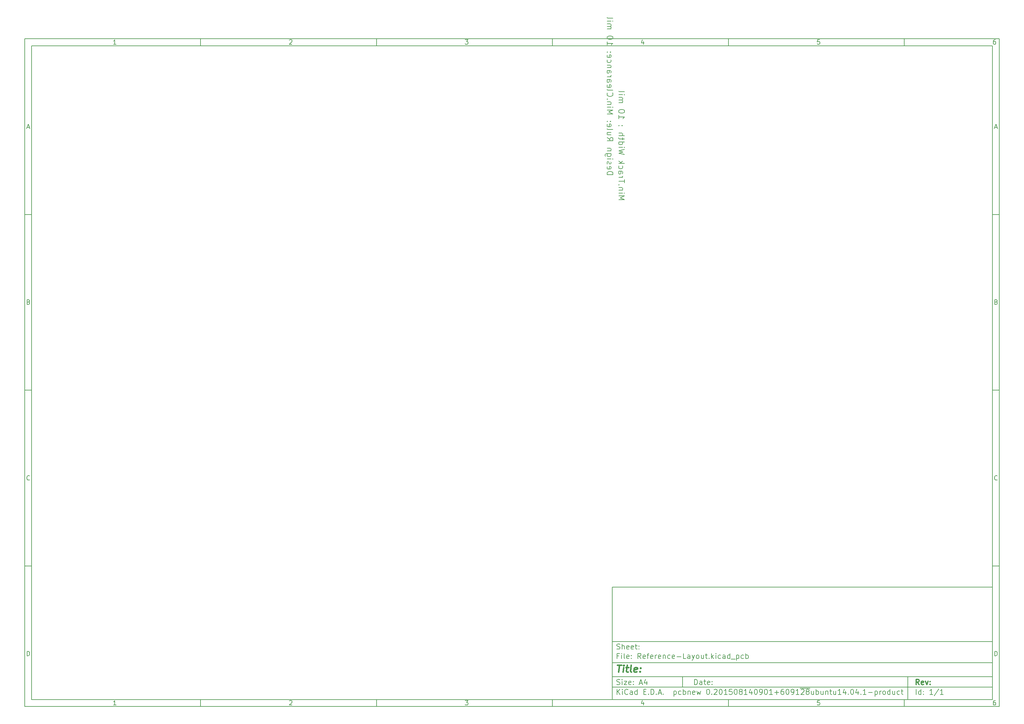
<source format=gbr>
G04 #@! TF.FileFunction,Legend,Bot*
%FSLAX46Y46*%
G04 Gerber Fmt 4.6, Leading zero omitted, Abs format (unit mm)*
G04 Created by KiCad (PCBNEW 0.201508140901+6091~28~ubuntu14.04.1-product) date Tue 03 Nov 2015 04:29:36 AM PST*
%MOMM*%
G01*
G04 APERTURE LIST*
%ADD10C,0.076200*%
%ADD11C,0.150000*%
%ADD12C,0.300000*%
%ADD13C,0.400000*%
%ADD14C,0.142240*%
G04 APERTURE END LIST*
D10*
D11*
X177002200Y-166007200D02*
X177002200Y-198007200D01*
X285002200Y-198007200D01*
X285002200Y-166007200D01*
X177002200Y-166007200D01*
D10*
D11*
X10000000Y-10000000D02*
X10000000Y-200007200D01*
X287002200Y-200007200D01*
X287002200Y-10000000D01*
X10000000Y-10000000D01*
D10*
D11*
X12000000Y-12000000D02*
X12000000Y-198007200D01*
X285002200Y-198007200D01*
X285002200Y-12000000D01*
X12000000Y-12000000D01*
D10*
D11*
X60000000Y-12000000D02*
X60000000Y-10000000D01*
D10*
D11*
X110000000Y-12000000D02*
X110000000Y-10000000D01*
D10*
D11*
X160000000Y-12000000D02*
X160000000Y-10000000D01*
D10*
D11*
X210000000Y-12000000D02*
X210000000Y-10000000D01*
D10*
D11*
X260000000Y-12000000D02*
X260000000Y-10000000D01*
D10*
D11*
X35990476Y-11588095D02*
X35247619Y-11588095D01*
X35619048Y-11588095D02*
X35619048Y-10288095D01*
X35495238Y-10473810D01*
X35371429Y-10597619D01*
X35247619Y-10659524D01*
D10*
D11*
X85247619Y-10411905D02*
X85309524Y-10350000D01*
X85433333Y-10288095D01*
X85742857Y-10288095D01*
X85866667Y-10350000D01*
X85928571Y-10411905D01*
X85990476Y-10535714D01*
X85990476Y-10659524D01*
X85928571Y-10845238D01*
X85185714Y-11588095D01*
X85990476Y-11588095D01*
D10*
D11*
X135185714Y-10288095D02*
X135990476Y-10288095D01*
X135557143Y-10783333D01*
X135742857Y-10783333D01*
X135866667Y-10845238D01*
X135928571Y-10907143D01*
X135990476Y-11030952D01*
X135990476Y-11340476D01*
X135928571Y-11464286D01*
X135866667Y-11526190D01*
X135742857Y-11588095D01*
X135371429Y-11588095D01*
X135247619Y-11526190D01*
X135185714Y-11464286D01*
D10*
D11*
X185866667Y-10721429D02*
X185866667Y-11588095D01*
X185557143Y-10226190D02*
X185247619Y-11154762D01*
X186052381Y-11154762D01*
D10*
D11*
X235928571Y-10288095D02*
X235309524Y-10288095D01*
X235247619Y-10907143D01*
X235309524Y-10845238D01*
X235433333Y-10783333D01*
X235742857Y-10783333D01*
X235866667Y-10845238D01*
X235928571Y-10907143D01*
X235990476Y-11030952D01*
X235990476Y-11340476D01*
X235928571Y-11464286D01*
X235866667Y-11526190D01*
X235742857Y-11588095D01*
X235433333Y-11588095D01*
X235309524Y-11526190D01*
X235247619Y-11464286D01*
D10*
D11*
X285866667Y-10288095D02*
X285619048Y-10288095D01*
X285495238Y-10350000D01*
X285433333Y-10411905D01*
X285309524Y-10597619D01*
X285247619Y-10845238D01*
X285247619Y-11340476D01*
X285309524Y-11464286D01*
X285371429Y-11526190D01*
X285495238Y-11588095D01*
X285742857Y-11588095D01*
X285866667Y-11526190D01*
X285928571Y-11464286D01*
X285990476Y-11340476D01*
X285990476Y-11030952D01*
X285928571Y-10907143D01*
X285866667Y-10845238D01*
X285742857Y-10783333D01*
X285495238Y-10783333D01*
X285371429Y-10845238D01*
X285309524Y-10907143D01*
X285247619Y-11030952D01*
D10*
D11*
X60000000Y-198007200D02*
X60000000Y-200007200D01*
D10*
D11*
X110000000Y-198007200D02*
X110000000Y-200007200D01*
D10*
D11*
X160000000Y-198007200D02*
X160000000Y-200007200D01*
D10*
D11*
X210000000Y-198007200D02*
X210000000Y-200007200D01*
D10*
D11*
X260000000Y-198007200D02*
X260000000Y-200007200D01*
D10*
D11*
X35990476Y-199595295D02*
X35247619Y-199595295D01*
X35619048Y-199595295D02*
X35619048Y-198295295D01*
X35495238Y-198481010D01*
X35371429Y-198604819D01*
X35247619Y-198666724D01*
D10*
D11*
X85247619Y-198419105D02*
X85309524Y-198357200D01*
X85433333Y-198295295D01*
X85742857Y-198295295D01*
X85866667Y-198357200D01*
X85928571Y-198419105D01*
X85990476Y-198542914D01*
X85990476Y-198666724D01*
X85928571Y-198852438D01*
X85185714Y-199595295D01*
X85990476Y-199595295D01*
D10*
D11*
X135185714Y-198295295D02*
X135990476Y-198295295D01*
X135557143Y-198790533D01*
X135742857Y-198790533D01*
X135866667Y-198852438D01*
X135928571Y-198914343D01*
X135990476Y-199038152D01*
X135990476Y-199347676D01*
X135928571Y-199471486D01*
X135866667Y-199533390D01*
X135742857Y-199595295D01*
X135371429Y-199595295D01*
X135247619Y-199533390D01*
X135185714Y-199471486D01*
D10*
D11*
X185866667Y-198728629D02*
X185866667Y-199595295D01*
X185557143Y-198233390D02*
X185247619Y-199161962D01*
X186052381Y-199161962D01*
D10*
D11*
X235928571Y-198295295D02*
X235309524Y-198295295D01*
X235247619Y-198914343D01*
X235309524Y-198852438D01*
X235433333Y-198790533D01*
X235742857Y-198790533D01*
X235866667Y-198852438D01*
X235928571Y-198914343D01*
X235990476Y-199038152D01*
X235990476Y-199347676D01*
X235928571Y-199471486D01*
X235866667Y-199533390D01*
X235742857Y-199595295D01*
X235433333Y-199595295D01*
X235309524Y-199533390D01*
X235247619Y-199471486D01*
D10*
D11*
X285866667Y-198295295D02*
X285619048Y-198295295D01*
X285495238Y-198357200D01*
X285433333Y-198419105D01*
X285309524Y-198604819D01*
X285247619Y-198852438D01*
X285247619Y-199347676D01*
X285309524Y-199471486D01*
X285371429Y-199533390D01*
X285495238Y-199595295D01*
X285742857Y-199595295D01*
X285866667Y-199533390D01*
X285928571Y-199471486D01*
X285990476Y-199347676D01*
X285990476Y-199038152D01*
X285928571Y-198914343D01*
X285866667Y-198852438D01*
X285742857Y-198790533D01*
X285495238Y-198790533D01*
X285371429Y-198852438D01*
X285309524Y-198914343D01*
X285247619Y-199038152D01*
D10*
D11*
X10000000Y-60000000D02*
X12000000Y-60000000D01*
D10*
D11*
X10000000Y-110000000D02*
X12000000Y-110000000D01*
D10*
D11*
X10000000Y-160000000D02*
X12000000Y-160000000D01*
D10*
D11*
X10690476Y-35216667D02*
X11309524Y-35216667D01*
X10566667Y-35588095D02*
X11000000Y-34288095D01*
X11433333Y-35588095D01*
D10*
D11*
X11092857Y-84907143D02*
X11278571Y-84969048D01*
X11340476Y-85030952D01*
X11402381Y-85154762D01*
X11402381Y-85340476D01*
X11340476Y-85464286D01*
X11278571Y-85526190D01*
X11154762Y-85588095D01*
X10659524Y-85588095D01*
X10659524Y-84288095D01*
X11092857Y-84288095D01*
X11216667Y-84350000D01*
X11278571Y-84411905D01*
X11340476Y-84535714D01*
X11340476Y-84659524D01*
X11278571Y-84783333D01*
X11216667Y-84845238D01*
X11092857Y-84907143D01*
X10659524Y-84907143D01*
D10*
D11*
X11402381Y-135464286D02*
X11340476Y-135526190D01*
X11154762Y-135588095D01*
X11030952Y-135588095D01*
X10845238Y-135526190D01*
X10721429Y-135402381D01*
X10659524Y-135278571D01*
X10597619Y-135030952D01*
X10597619Y-134845238D01*
X10659524Y-134597619D01*
X10721429Y-134473810D01*
X10845238Y-134350000D01*
X11030952Y-134288095D01*
X11154762Y-134288095D01*
X11340476Y-134350000D01*
X11402381Y-134411905D01*
D10*
D11*
X10659524Y-185588095D02*
X10659524Y-184288095D01*
X10969048Y-184288095D01*
X11154762Y-184350000D01*
X11278571Y-184473810D01*
X11340476Y-184597619D01*
X11402381Y-184845238D01*
X11402381Y-185030952D01*
X11340476Y-185278571D01*
X11278571Y-185402381D01*
X11154762Y-185526190D01*
X10969048Y-185588095D01*
X10659524Y-185588095D01*
D10*
D11*
X287002200Y-60000000D02*
X285002200Y-60000000D01*
D10*
D11*
X287002200Y-110000000D02*
X285002200Y-110000000D01*
D10*
D11*
X287002200Y-160000000D02*
X285002200Y-160000000D01*
D10*
D11*
X285692676Y-35216667D02*
X286311724Y-35216667D01*
X285568867Y-35588095D02*
X286002200Y-34288095D01*
X286435533Y-35588095D01*
D10*
D11*
X286095057Y-84907143D02*
X286280771Y-84969048D01*
X286342676Y-85030952D01*
X286404581Y-85154762D01*
X286404581Y-85340476D01*
X286342676Y-85464286D01*
X286280771Y-85526190D01*
X286156962Y-85588095D01*
X285661724Y-85588095D01*
X285661724Y-84288095D01*
X286095057Y-84288095D01*
X286218867Y-84350000D01*
X286280771Y-84411905D01*
X286342676Y-84535714D01*
X286342676Y-84659524D01*
X286280771Y-84783333D01*
X286218867Y-84845238D01*
X286095057Y-84907143D01*
X285661724Y-84907143D01*
D10*
D11*
X286404581Y-135464286D02*
X286342676Y-135526190D01*
X286156962Y-135588095D01*
X286033152Y-135588095D01*
X285847438Y-135526190D01*
X285723629Y-135402381D01*
X285661724Y-135278571D01*
X285599819Y-135030952D01*
X285599819Y-134845238D01*
X285661724Y-134597619D01*
X285723629Y-134473810D01*
X285847438Y-134350000D01*
X286033152Y-134288095D01*
X286156962Y-134288095D01*
X286342676Y-134350000D01*
X286404581Y-134411905D01*
D10*
D11*
X285661724Y-185588095D02*
X285661724Y-184288095D01*
X285971248Y-184288095D01*
X286156962Y-184350000D01*
X286280771Y-184473810D01*
X286342676Y-184597619D01*
X286404581Y-184845238D01*
X286404581Y-185030952D01*
X286342676Y-185278571D01*
X286280771Y-185402381D01*
X286156962Y-185526190D01*
X285971248Y-185588095D01*
X285661724Y-185588095D01*
D10*
D11*
X200359343Y-193785771D02*
X200359343Y-192285771D01*
X200716486Y-192285771D01*
X200930771Y-192357200D01*
X201073629Y-192500057D01*
X201145057Y-192642914D01*
X201216486Y-192928629D01*
X201216486Y-193142914D01*
X201145057Y-193428629D01*
X201073629Y-193571486D01*
X200930771Y-193714343D01*
X200716486Y-193785771D01*
X200359343Y-193785771D01*
X202502200Y-193785771D02*
X202502200Y-193000057D01*
X202430771Y-192857200D01*
X202287914Y-192785771D01*
X202002200Y-192785771D01*
X201859343Y-192857200D01*
X202502200Y-193714343D02*
X202359343Y-193785771D01*
X202002200Y-193785771D01*
X201859343Y-193714343D01*
X201787914Y-193571486D01*
X201787914Y-193428629D01*
X201859343Y-193285771D01*
X202002200Y-193214343D01*
X202359343Y-193214343D01*
X202502200Y-193142914D01*
X203002200Y-192785771D02*
X203573629Y-192785771D01*
X203216486Y-192285771D02*
X203216486Y-193571486D01*
X203287914Y-193714343D01*
X203430772Y-193785771D01*
X203573629Y-193785771D01*
X204645057Y-193714343D02*
X204502200Y-193785771D01*
X204216486Y-193785771D01*
X204073629Y-193714343D01*
X204002200Y-193571486D01*
X204002200Y-193000057D01*
X204073629Y-192857200D01*
X204216486Y-192785771D01*
X204502200Y-192785771D01*
X204645057Y-192857200D01*
X204716486Y-193000057D01*
X204716486Y-193142914D01*
X204002200Y-193285771D01*
X205359343Y-193642914D02*
X205430771Y-193714343D01*
X205359343Y-193785771D01*
X205287914Y-193714343D01*
X205359343Y-193642914D01*
X205359343Y-193785771D01*
X205359343Y-192857200D02*
X205430771Y-192928629D01*
X205359343Y-193000057D01*
X205287914Y-192928629D01*
X205359343Y-192857200D01*
X205359343Y-193000057D01*
D10*
D11*
X177002200Y-194507200D02*
X285002200Y-194507200D01*
D10*
D11*
X178359343Y-196585771D02*
X178359343Y-195085771D01*
X179216486Y-196585771D02*
X178573629Y-195728629D01*
X179216486Y-195085771D02*
X178359343Y-195942914D01*
X179859343Y-196585771D02*
X179859343Y-195585771D01*
X179859343Y-195085771D02*
X179787914Y-195157200D01*
X179859343Y-195228629D01*
X179930771Y-195157200D01*
X179859343Y-195085771D01*
X179859343Y-195228629D01*
X181430772Y-196442914D02*
X181359343Y-196514343D01*
X181145057Y-196585771D01*
X181002200Y-196585771D01*
X180787915Y-196514343D01*
X180645057Y-196371486D01*
X180573629Y-196228629D01*
X180502200Y-195942914D01*
X180502200Y-195728629D01*
X180573629Y-195442914D01*
X180645057Y-195300057D01*
X180787915Y-195157200D01*
X181002200Y-195085771D01*
X181145057Y-195085771D01*
X181359343Y-195157200D01*
X181430772Y-195228629D01*
X182716486Y-196585771D02*
X182716486Y-195800057D01*
X182645057Y-195657200D01*
X182502200Y-195585771D01*
X182216486Y-195585771D01*
X182073629Y-195657200D01*
X182716486Y-196514343D02*
X182573629Y-196585771D01*
X182216486Y-196585771D01*
X182073629Y-196514343D01*
X182002200Y-196371486D01*
X182002200Y-196228629D01*
X182073629Y-196085771D01*
X182216486Y-196014343D01*
X182573629Y-196014343D01*
X182716486Y-195942914D01*
X184073629Y-196585771D02*
X184073629Y-195085771D01*
X184073629Y-196514343D02*
X183930772Y-196585771D01*
X183645058Y-196585771D01*
X183502200Y-196514343D01*
X183430772Y-196442914D01*
X183359343Y-196300057D01*
X183359343Y-195871486D01*
X183430772Y-195728629D01*
X183502200Y-195657200D01*
X183645058Y-195585771D01*
X183930772Y-195585771D01*
X184073629Y-195657200D01*
X185930772Y-195800057D02*
X186430772Y-195800057D01*
X186645058Y-196585771D02*
X185930772Y-196585771D01*
X185930772Y-195085771D01*
X186645058Y-195085771D01*
X187287915Y-196442914D02*
X187359343Y-196514343D01*
X187287915Y-196585771D01*
X187216486Y-196514343D01*
X187287915Y-196442914D01*
X187287915Y-196585771D01*
X188002201Y-196585771D02*
X188002201Y-195085771D01*
X188359344Y-195085771D01*
X188573629Y-195157200D01*
X188716487Y-195300057D01*
X188787915Y-195442914D01*
X188859344Y-195728629D01*
X188859344Y-195942914D01*
X188787915Y-196228629D01*
X188716487Y-196371486D01*
X188573629Y-196514343D01*
X188359344Y-196585771D01*
X188002201Y-196585771D01*
X189502201Y-196442914D02*
X189573629Y-196514343D01*
X189502201Y-196585771D01*
X189430772Y-196514343D01*
X189502201Y-196442914D01*
X189502201Y-196585771D01*
X190145058Y-196157200D02*
X190859344Y-196157200D01*
X190002201Y-196585771D02*
X190502201Y-195085771D01*
X191002201Y-196585771D01*
X191502201Y-196442914D02*
X191573629Y-196514343D01*
X191502201Y-196585771D01*
X191430772Y-196514343D01*
X191502201Y-196442914D01*
X191502201Y-196585771D01*
X194502201Y-195585771D02*
X194502201Y-197085771D01*
X194502201Y-195657200D02*
X194645058Y-195585771D01*
X194930772Y-195585771D01*
X195073629Y-195657200D01*
X195145058Y-195728629D01*
X195216487Y-195871486D01*
X195216487Y-196300057D01*
X195145058Y-196442914D01*
X195073629Y-196514343D01*
X194930772Y-196585771D01*
X194645058Y-196585771D01*
X194502201Y-196514343D01*
X196502201Y-196514343D02*
X196359344Y-196585771D01*
X196073630Y-196585771D01*
X195930772Y-196514343D01*
X195859344Y-196442914D01*
X195787915Y-196300057D01*
X195787915Y-195871486D01*
X195859344Y-195728629D01*
X195930772Y-195657200D01*
X196073630Y-195585771D01*
X196359344Y-195585771D01*
X196502201Y-195657200D01*
X197145058Y-196585771D02*
X197145058Y-195085771D01*
X197145058Y-195657200D02*
X197287915Y-195585771D01*
X197573629Y-195585771D01*
X197716486Y-195657200D01*
X197787915Y-195728629D01*
X197859344Y-195871486D01*
X197859344Y-196300057D01*
X197787915Y-196442914D01*
X197716486Y-196514343D01*
X197573629Y-196585771D01*
X197287915Y-196585771D01*
X197145058Y-196514343D01*
X198502201Y-195585771D02*
X198502201Y-196585771D01*
X198502201Y-195728629D02*
X198573629Y-195657200D01*
X198716487Y-195585771D01*
X198930772Y-195585771D01*
X199073629Y-195657200D01*
X199145058Y-195800057D01*
X199145058Y-196585771D01*
X200430772Y-196514343D02*
X200287915Y-196585771D01*
X200002201Y-196585771D01*
X199859344Y-196514343D01*
X199787915Y-196371486D01*
X199787915Y-195800057D01*
X199859344Y-195657200D01*
X200002201Y-195585771D01*
X200287915Y-195585771D01*
X200430772Y-195657200D01*
X200502201Y-195800057D01*
X200502201Y-195942914D01*
X199787915Y-196085771D01*
X201002201Y-195585771D02*
X201287915Y-196585771D01*
X201573629Y-195871486D01*
X201859344Y-196585771D01*
X202145058Y-195585771D01*
X204145058Y-195085771D02*
X204287915Y-195085771D01*
X204430772Y-195157200D01*
X204502201Y-195228629D01*
X204573630Y-195371486D01*
X204645058Y-195657200D01*
X204645058Y-196014343D01*
X204573630Y-196300057D01*
X204502201Y-196442914D01*
X204430772Y-196514343D01*
X204287915Y-196585771D01*
X204145058Y-196585771D01*
X204002201Y-196514343D01*
X203930772Y-196442914D01*
X203859344Y-196300057D01*
X203787915Y-196014343D01*
X203787915Y-195657200D01*
X203859344Y-195371486D01*
X203930772Y-195228629D01*
X204002201Y-195157200D01*
X204145058Y-195085771D01*
X205287915Y-196442914D02*
X205359343Y-196514343D01*
X205287915Y-196585771D01*
X205216486Y-196514343D01*
X205287915Y-196442914D01*
X205287915Y-196585771D01*
X205930772Y-195228629D02*
X206002201Y-195157200D01*
X206145058Y-195085771D01*
X206502201Y-195085771D01*
X206645058Y-195157200D01*
X206716487Y-195228629D01*
X206787915Y-195371486D01*
X206787915Y-195514343D01*
X206716487Y-195728629D01*
X205859344Y-196585771D01*
X206787915Y-196585771D01*
X207716486Y-195085771D02*
X207859343Y-195085771D01*
X208002200Y-195157200D01*
X208073629Y-195228629D01*
X208145058Y-195371486D01*
X208216486Y-195657200D01*
X208216486Y-196014343D01*
X208145058Y-196300057D01*
X208073629Y-196442914D01*
X208002200Y-196514343D01*
X207859343Y-196585771D01*
X207716486Y-196585771D01*
X207573629Y-196514343D01*
X207502200Y-196442914D01*
X207430772Y-196300057D01*
X207359343Y-196014343D01*
X207359343Y-195657200D01*
X207430772Y-195371486D01*
X207502200Y-195228629D01*
X207573629Y-195157200D01*
X207716486Y-195085771D01*
X209645057Y-196585771D02*
X208787914Y-196585771D01*
X209216486Y-196585771D02*
X209216486Y-195085771D01*
X209073629Y-195300057D01*
X208930771Y-195442914D01*
X208787914Y-195514343D01*
X211002200Y-195085771D02*
X210287914Y-195085771D01*
X210216485Y-195800057D01*
X210287914Y-195728629D01*
X210430771Y-195657200D01*
X210787914Y-195657200D01*
X210930771Y-195728629D01*
X211002200Y-195800057D01*
X211073628Y-195942914D01*
X211073628Y-196300057D01*
X211002200Y-196442914D01*
X210930771Y-196514343D01*
X210787914Y-196585771D01*
X210430771Y-196585771D01*
X210287914Y-196514343D01*
X210216485Y-196442914D01*
X212002199Y-195085771D02*
X212145056Y-195085771D01*
X212287913Y-195157200D01*
X212359342Y-195228629D01*
X212430771Y-195371486D01*
X212502199Y-195657200D01*
X212502199Y-196014343D01*
X212430771Y-196300057D01*
X212359342Y-196442914D01*
X212287913Y-196514343D01*
X212145056Y-196585771D01*
X212002199Y-196585771D01*
X211859342Y-196514343D01*
X211787913Y-196442914D01*
X211716485Y-196300057D01*
X211645056Y-196014343D01*
X211645056Y-195657200D01*
X211716485Y-195371486D01*
X211787913Y-195228629D01*
X211859342Y-195157200D01*
X212002199Y-195085771D01*
X213359342Y-195728629D02*
X213216484Y-195657200D01*
X213145056Y-195585771D01*
X213073627Y-195442914D01*
X213073627Y-195371486D01*
X213145056Y-195228629D01*
X213216484Y-195157200D01*
X213359342Y-195085771D01*
X213645056Y-195085771D01*
X213787913Y-195157200D01*
X213859342Y-195228629D01*
X213930770Y-195371486D01*
X213930770Y-195442914D01*
X213859342Y-195585771D01*
X213787913Y-195657200D01*
X213645056Y-195728629D01*
X213359342Y-195728629D01*
X213216484Y-195800057D01*
X213145056Y-195871486D01*
X213073627Y-196014343D01*
X213073627Y-196300057D01*
X213145056Y-196442914D01*
X213216484Y-196514343D01*
X213359342Y-196585771D01*
X213645056Y-196585771D01*
X213787913Y-196514343D01*
X213859342Y-196442914D01*
X213930770Y-196300057D01*
X213930770Y-196014343D01*
X213859342Y-195871486D01*
X213787913Y-195800057D01*
X213645056Y-195728629D01*
X215359341Y-196585771D02*
X214502198Y-196585771D01*
X214930770Y-196585771D02*
X214930770Y-195085771D01*
X214787913Y-195300057D01*
X214645055Y-195442914D01*
X214502198Y-195514343D01*
X216645055Y-195585771D02*
X216645055Y-196585771D01*
X216287912Y-195014343D02*
X215930769Y-196085771D01*
X216859341Y-196085771D01*
X217716483Y-195085771D02*
X217859340Y-195085771D01*
X218002197Y-195157200D01*
X218073626Y-195228629D01*
X218145055Y-195371486D01*
X218216483Y-195657200D01*
X218216483Y-196014343D01*
X218145055Y-196300057D01*
X218073626Y-196442914D01*
X218002197Y-196514343D01*
X217859340Y-196585771D01*
X217716483Y-196585771D01*
X217573626Y-196514343D01*
X217502197Y-196442914D01*
X217430769Y-196300057D01*
X217359340Y-196014343D01*
X217359340Y-195657200D01*
X217430769Y-195371486D01*
X217502197Y-195228629D01*
X217573626Y-195157200D01*
X217716483Y-195085771D01*
X218930768Y-196585771D02*
X219216483Y-196585771D01*
X219359340Y-196514343D01*
X219430768Y-196442914D01*
X219573626Y-196228629D01*
X219645054Y-195942914D01*
X219645054Y-195371486D01*
X219573626Y-195228629D01*
X219502197Y-195157200D01*
X219359340Y-195085771D01*
X219073626Y-195085771D01*
X218930768Y-195157200D01*
X218859340Y-195228629D01*
X218787911Y-195371486D01*
X218787911Y-195728629D01*
X218859340Y-195871486D01*
X218930768Y-195942914D01*
X219073626Y-196014343D01*
X219359340Y-196014343D01*
X219502197Y-195942914D01*
X219573626Y-195871486D01*
X219645054Y-195728629D01*
X220573625Y-195085771D02*
X220716482Y-195085771D01*
X220859339Y-195157200D01*
X220930768Y-195228629D01*
X221002197Y-195371486D01*
X221073625Y-195657200D01*
X221073625Y-196014343D01*
X221002197Y-196300057D01*
X220930768Y-196442914D01*
X220859339Y-196514343D01*
X220716482Y-196585771D01*
X220573625Y-196585771D01*
X220430768Y-196514343D01*
X220359339Y-196442914D01*
X220287911Y-196300057D01*
X220216482Y-196014343D01*
X220216482Y-195657200D01*
X220287911Y-195371486D01*
X220359339Y-195228629D01*
X220430768Y-195157200D01*
X220573625Y-195085771D01*
X222502196Y-196585771D02*
X221645053Y-196585771D01*
X222073625Y-196585771D02*
X222073625Y-195085771D01*
X221930768Y-195300057D01*
X221787910Y-195442914D01*
X221645053Y-195514343D01*
X223145053Y-196014343D02*
X224287910Y-196014343D01*
X223716481Y-196585771D02*
X223716481Y-195442914D01*
X225645053Y-195085771D02*
X225359339Y-195085771D01*
X225216482Y-195157200D01*
X225145053Y-195228629D01*
X225002196Y-195442914D01*
X224930767Y-195728629D01*
X224930767Y-196300057D01*
X225002196Y-196442914D01*
X225073624Y-196514343D01*
X225216482Y-196585771D01*
X225502196Y-196585771D01*
X225645053Y-196514343D01*
X225716482Y-196442914D01*
X225787910Y-196300057D01*
X225787910Y-195942914D01*
X225716482Y-195800057D01*
X225645053Y-195728629D01*
X225502196Y-195657200D01*
X225216482Y-195657200D01*
X225073624Y-195728629D01*
X225002196Y-195800057D01*
X224930767Y-195942914D01*
X226716481Y-195085771D02*
X226859338Y-195085771D01*
X227002195Y-195157200D01*
X227073624Y-195228629D01*
X227145053Y-195371486D01*
X227216481Y-195657200D01*
X227216481Y-196014343D01*
X227145053Y-196300057D01*
X227073624Y-196442914D01*
X227002195Y-196514343D01*
X226859338Y-196585771D01*
X226716481Y-196585771D01*
X226573624Y-196514343D01*
X226502195Y-196442914D01*
X226430767Y-196300057D01*
X226359338Y-196014343D01*
X226359338Y-195657200D01*
X226430767Y-195371486D01*
X226502195Y-195228629D01*
X226573624Y-195157200D01*
X226716481Y-195085771D01*
X227930766Y-196585771D02*
X228216481Y-196585771D01*
X228359338Y-196514343D01*
X228430766Y-196442914D01*
X228573624Y-196228629D01*
X228645052Y-195942914D01*
X228645052Y-195371486D01*
X228573624Y-195228629D01*
X228502195Y-195157200D01*
X228359338Y-195085771D01*
X228073624Y-195085771D01*
X227930766Y-195157200D01*
X227859338Y-195228629D01*
X227787909Y-195371486D01*
X227787909Y-195728629D01*
X227859338Y-195871486D01*
X227930766Y-195942914D01*
X228073624Y-196014343D01*
X228359338Y-196014343D01*
X228502195Y-195942914D01*
X228573624Y-195871486D01*
X228645052Y-195728629D01*
X230073623Y-196585771D02*
X229216480Y-196585771D01*
X229645052Y-196585771D02*
X229645052Y-195085771D01*
X229502195Y-195300057D01*
X229359337Y-195442914D01*
X229216480Y-195514343D01*
X230645051Y-195228629D02*
X230716480Y-195157200D01*
X230859337Y-195085771D01*
X231216480Y-195085771D01*
X231359337Y-195157200D01*
X231430766Y-195228629D01*
X231502194Y-195371486D01*
X231502194Y-195514343D01*
X231430766Y-195728629D01*
X230573623Y-196585771D01*
X231502194Y-196585771D01*
X232359337Y-195728629D02*
X232216479Y-195657200D01*
X232145051Y-195585771D01*
X232073622Y-195442914D01*
X232073622Y-195371486D01*
X232145051Y-195228629D01*
X232216479Y-195157200D01*
X232359337Y-195085771D01*
X232645051Y-195085771D01*
X232787908Y-195157200D01*
X232859337Y-195228629D01*
X232930765Y-195371486D01*
X232930765Y-195442914D01*
X232859337Y-195585771D01*
X232787908Y-195657200D01*
X232645051Y-195728629D01*
X232359337Y-195728629D01*
X232216479Y-195800057D01*
X232145051Y-195871486D01*
X232073622Y-196014343D01*
X232073622Y-196300057D01*
X232145051Y-196442914D01*
X232216479Y-196514343D01*
X232359337Y-196585771D01*
X232645051Y-196585771D01*
X232787908Y-196514343D01*
X232859337Y-196442914D01*
X232930765Y-196300057D01*
X232930765Y-196014343D01*
X232859337Y-195871486D01*
X232787908Y-195800057D01*
X232645051Y-195728629D01*
X230359337Y-194827200D02*
X233216479Y-194827200D01*
X234216479Y-195585771D02*
X234216479Y-196585771D01*
X233573622Y-195585771D02*
X233573622Y-196371486D01*
X233645050Y-196514343D01*
X233787908Y-196585771D01*
X234002193Y-196585771D01*
X234145050Y-196514343D01*
X234216479Y-196442914D01*
X234930765Y-196585771D02*
X234930765Y-195085771D01*
X234930765Y-195657200D02*
X235073622Y-195585771D01*
X235359336Y-195585771D01*
X235502193Y-195657200D01*
X235573622Y-195728629D01*
X235645051Y-195871486D01*
X235645051Y-196300057D01*
X235573622Y-196442914D01*
X235502193Y-196514343D01*
X235359336Y-196585771D01*
X235073622Y-196585771D01*
X234930765Y-196514343D01*
X236930765Y-195585771D02*
X236930765Y-196585771D01*
X236287908Y-195585771D02*
X236287908Y-196371486D01*
X236359336Y-196514343D01*
X236502194Y-196585771D01*
X236716479Y-196585771D01*
X236859336Y-196514343D01*
X236930765Y-196442914D01*
X237645051Y-195585771D02*
X237645051Y-196585771D01*
X237645051Y-195728629D02*
X237716479Y-195657200D01*
X237859337Y-195585771D01*
X238073622Y-195585771D01*
X238216479Y-195657200D01*
X238287908Y-195800057D01*
X238287908Y-196585771D01*
X238787908Y-195585771D02*
X239359337Y-195585771D01*
X239002194Y-195085771D02*
X239002194Y-196371486D01*
X239073622Y-196514343D01*
X239216480Y-196585771D01*
X239359337Y-196585771D01*
X240502194Y-195585771D02*
X240502194Y-196585771D01*
X239859337Y-195585771D02*
X239859337Y-196371486D01*
X239930765Y-196514343D01*
X240073623Y-196585771D01*
X240287908Y-196585771D01*
X240430765Y-196514343D01*
X240502194Y-196442914D01*
X242002194Y-196585771D02*
X241145051Y-196585771D01*
X241573623Y-196585771D02*
X241573623Y-195085771D01*
X241430766Y-195300057D01*
X241287908Y-195442914D01*
X241145051Y-195514343D01*
X243287908Y-195585771D02*
X243287908Y-196585771D01*
X242930765Y-195014343D02*
X242573622Y-196085771D01*
X243502194Y-196085771D01*
X244073622Y-196442914D02*
X244145050Y-196514343D01*
X244073622Y-196585771D01*
X244002193Y-196514343D01*
X244073622Y-196442914D01*
X244073622Y-196585771D01*
X245073622Y-195085771D02*
X245216479Y-195085771D01*
X245359336Y-195157200D01*
X245430765Y-195228629D01*
X245502194Y-195371486D01*
X245573622Y-195657200D01*
X245573622Y-196014343D01*
X245502194Y-196300057D01*
X245430765Y-196442914D01*
X245359336Y-196514343D01*
X245216479Y-196585771D01*
X245073622Y-196585771D01*
X244930765Y-196514343D01*
X244859336Y-196442914D01*
X244787908Y-196300057D01*
X244716479Y-196014343D01*
X244716479Y-195657200D01*
X244787908Y-195371486D01*
X244859336Y-195228629D01*
X244930765Y-195157200D01*
X245073622Y-195085771D01*
X246859336Y-195585771D02*
X246859336Y-196585771D01*
X246502193Y-195014343D02*
X246145050Y-196085771D01*
X247073622Y-196085771D01*
X247645050Y-196442914D02*
X247716478Y-196514343D01*
X247645050Y-196585771D01*
X247573621Y-196514343D01*
X247645050Y-196442914D01*
X247645050Y-196585771D01*
X249145050Y-196585771D02*
X248287907Y-196585771D01*
X248716479Y-196585771D02*
X248716479Y-195085771D01*
X248573622Y-195300057D01*
X248430764Y-195442914D01*
X248287907Y-195514343D01*
X249787907Y-196014343D02*
X250930764Y-196014343D01*
X251645050Y-195585771D02*
X251645050Y-197085771D01*
X251645050Y-195657200D02*
X251787907Y-195585771D01*
X252073621Y-195585771D01*
X252216478Y-195657200D01*
X252287907Y-195728629D01*
X252359336Y-195871486D01*
X252359336Y-196300057D01*
X252287907Y-196442914D01*
X252216478Y-196514343D01*
X252073621Y-196585771D01*
X251787907Y-196585771D01*
X251645050Y-196514343D01*
X253002193Y-196585771D02*
X253002193Y-195585771D01*
X253002193Y-195871486D02*
X253073621Y-195728629D01*
X253145050Y-195657200D01*
X253287907Y-195585771D01*
X253430764Y-195585771D01*
X254145050Y-196585771D02*
X254002192Y-196514343D01*
X253930764Y-196442914D01*
X253859335Y-196300057D01*
X253859335Y-195871486D01*
X253930764Y-195728629D01*
X254002192Y-195657200D01*
X254145050Y-195585771D01*
X254359335Y-195585771D01*
X254502192Y-195657200D01*
X254573621Y-195728629D01*
X254645050Y-195871486D01*
X254645050Y-196300057D01*
X254573621Y-196442914D01*
X254502192Y-196514343D01*
X254359335Y-196585771D01*
X254145050Y-196585771D01*
X255930764Y-196585771D02*
X255930764Y-195085771D01*
X255930764Y-196514343D02*
X255787907Y-196585771D01*
X255502193Y-196585771D01*
X255359335Y-196514343D01*
X255287907Y-196442914D01*
X255216478Y-196300057D01*
X255216478Y-195871486D01*
X255287907Y-195728629D01*
X255359335Y-195657200D01*
X255502193Y-195585771D01*
X255787907Y-195585771D01*
X255930764Y-195657200D01*
X257287907Y-195585771D02*
X257287907Y-196585771D01*
X256645050Y-195585771D02*
X256645050Y-196371486D01*
X256716478Y-196514343D01*
X256859336Y-196585771D01*
X257073621Y-196585771D01*
X257216478Y-196514343D01*
X257287907Y-196442914D01*
X258645050Y-196514343D02*
X258502193Y-196585771D01*
X258216479Y-196585771D01*
X258073621Y-196514343D01*
X258002193Y-196442914D01*
X257930764Y-196300057D01*
X257930764Y-195871486D01*
X258002193Y-195728629D01*
X258073621Y-195657200D01*
X258216479Y-195585771D01*
X258502193Y-195585771D01*
X258645050Y-195657200D01*
X259073621Y-195585771D02*
X259645050Y-195585771D01*
X259287907Y-195085771D02*
X259287907Y-196371486D01*
X259359335Y-196514343D01*
X259502193Y-196585771D01*
X259645050Y-196585771D01*
D10*
D11*
X177002200Y-191507200D02*
X285002200Y-191507200D01*
D10*
D12*
X264216486Y-193785771D02*
X263716486Y-193071486D01*
X263359343Y-193785771D02*
X263359343Y-192285771D01*
X263930771Y-192285771D01*
X264073629Y-192357200D01*
X264145057Y-192428629D01*
X264216486Y-192571486D01*
X264216486Y-192785771D01*
X264145057Y-192928629D01*
X264073629Y-193000057D01*
X263930771Y-193071486D01*
X263359343Y-193071486D01*
X265430771Y-193714343D02*
X265287914Y-193785771D01*
X265002200Y-193785771D01*
X264859343Y-193714343D01*
X264787914Y-193571486D01*
X264787914Y-193000057D01*
X264859343Y-192857200D01*
X265002200Y-192785771D01*
X265287914Y-192785771D01*
X265430771Y-192857200D01*
X265502200Y-193000057D01*
X265502200Y-193142914D01*
X264787914Y-193285771D01*
X266002200Y-192785771D02*
X266359343Y-193785771D01*
X266716485Y-192785771D01*
X267287914Y-193642914D02*
X267359342Y-193714343D01*
X267287914Y-193785771D01*
X267216485Y-193714343D01*
X267287914Y-193642914D01*
X267287914Y-193785771D01*
X267287914Y-192857200D02*
X267359342Y-192928629D01*
X267287914Y-193000057D01*
X267216485Y-192928629D01*
X267287914Y-192857200D01*
X267287914Y-193000057D01*
D10*
D11*
X178287914Y-193714343D02*
X178502200Y-193785771D01*
X178859343Y-193785771D01*
X179002200Y-193714343D01*
X179073629Y-193642914D01*
X179145057Y-193500057D01*
X179145057Y-193357200D01*
X179073629Y-193214343D01*
X179002200Y-193142914D01*
X178859343Y-193071486D01*
X178573629Y-193000057D01*
X178430771Y-192928629D01*
X178359343Y-192857200D01*
X178287914Y-192714343D01*
X178287914Y-192571486D01*
X178359343Y-192428629D01*
X178430771Y-192357200D01*
X178573629Y-192285771D01*
X178930771Y-192285771D01*
X179145057Y-192357200D01*
X179787914Y-193785771D02*
X179787914Y-192785771D01*
X179787914Y-192285771D02*
X179716485Y-192357200D01*
X179787914Y-192428629D01*
X179859342Y-192357200D01*
X179787914Y-192285771D01*
X179787914Y-192428629D01*
X180359343Y-192785771D02*
X181145057Y-192785771D01*
X180359343Y-193785771D01*
X181145057Y-193785771D01*
X182287914Y-193714343D02*
X182145057Y-193785771D01*
X181859343Y-193785771D01*
X181716486Y-193714343D01*
X181645057Y-193571486D01*
X181645057Y-193000057D01*
X181716486Y-192857200D01*
X181859343Y-192785771D01*
X182145057Y-192785771D01*
X182287914Y-192857200D01*
X182359343Y-193000057D01*
X182359343Y-193142914D01*
X181645057Y-193285771D01*
X183002200Y-193642914D02*
X183073628Y-193714343D01*
X183002200Y-193785771D01*
X182930771Y-193714343D01*
X183002200Y-193642914D01*
X183002200Y-193785771D01*
X183002200Y-192857200D02*
X183073628Y-192928629D01*
X183002200Y-193000057D01*
X182930771Y-192928629D01*
X183002200Y-192857200D01*
X183002200Y-193000057D01*
X184787914Y-193357200D02*
X185502200Y-193357200D01*
X184645057Y-193785771D02*
X185145057Y-192285771D01*
X185645057Y-193785771D01*
X186787914Y-192785771D02*
X186787914Y-193785771D01*
X186430771Y-192214343D02*
X186073628Y-193285771D01*
X187002200Y-193285771D01*
D10*
D11*
X263359343Y-196585771D02*
X263359343Y-195085771D01*
X264716486Y-196585771D02*
X264716486Y-195085771D01*
X264716486Y-196514343D02*
X264573629Y-196585771D01*
X264287915Y-196585771D01*
X264145057Y-196514343D01*
X264073629Y-196442914D01*
X264002200Y-196300057D01*
X264002200Y-195871486D01*
X264073629Y-195728629D01*
X264145057Y-195657200D01*
X264287915Y-195585771D01*
X264573629Y-195585771D01*
X264716486Y-195657200D01*
X265430772Y-196442914D02*
X265502200Y-196514343D01*
X265430772Y-196585771D01*
X265359343Y-196514343D01*
X265430772Y-196442914D01*
X265430772Y-196585771D01*
X265430772Y-195657200D02*
X265502200Y-195728629D01*
X265430772Y-195800057D01*
X265359343Y-195728629D01*
X265430772Y-195657200D01*
X265430772Y-195800057D01*
X268073629Y-196585771D02*
X267216486Y-196585771D01*
X267645058Y-196585771D02*
X267645058Y-195085771D01*
X267502201Y-195300057D01*
X267359343Y-195442914D01*
X267216486Y-195514343D01*
X269787914Y-195014343D02*
X268502200Y-196942914D01*
X271073629Y-196585771D02*
X270216486Y-196585771D01*
X270645058Y-196585771D02*
X270645058Y-195085771D01*
X270502201Y-195300057D01*
X270359343Y-195442914D01*
X270216486Y-195514343D01*
D10*
D11*
X177002200Y-187507200D02*
X285002200Y-187507200D01*
D10*
D13*
X178454581Y-188211962D02*
X179597438Y-188211962D01*
X178776010Y-190211962D02*
X179026010Y-188211962D01*
X180014105Y-190211962D02*
X180180771Y-188878629D01*
X180264105Y-188211962D02*
X180156962Y-188307200D01*
X180240295Y-188402438D01*
X180347439Y-188307200D01*
X180264105Y-188211962D01*
X180240295Y-188402438D01*
X180847438Y-188878629D02*
X181609343Y-188878629D01*
X181216486Y-188211962D02*
X181002200Y-189926248D01*
X181073630Y-190116724D01*
X181252201Y-190211962D01*
X181442677Y-190211962D01*
X182395058Y-190211962D02*
X182216487Y-190116724D01*
X182145057Y-189926248D01*
X182359343Y-188211962D01*
X183930772Y-190116724D02*
X183728391Y-190211962D01*
X183347439Y-190211962D01*
X183168867Y-190116724D01*
X183097438Y-189926248D01*
X183192676Y-189164343D01*
X183311724Y-188973867D01*
X183514105Y-188878629D01*
X183895057Y-188878629D01*
X184073629Y-188973867D01*
X184145057Y-189164343D01*
X184121248Y-189354819D01*
X183145057Y-189545295D01*
X184895057Y-190021486D02*
X184978392Y-190116724D01*
X184871248Y-190211962D01*
X184787915Y-190116724D01*
X184895057Y-190021486D01*
X184871248Y-190211962D01*
X185026010Y-188973867D02*
X185109344Y-189069105D01*
X185002200Y-189164343D01*
X184918867Y-189069105D01*
X185026010Y-188973867D01*
X185002200Y-189164343D01*
D10*
D11*
X178859343Y-185600057D02*
X178359343Y-185600057D01*
X178359343Y-186385771D02*
X178359343Y-184885771D01*
X179073629Y-184885771D01*
X179645057Y-186385771D02*
X179645057Y-185385771D01*
X179645057Y-184885771D02*
X179573628Y-184957200D01*
X179645057Y-185028629D01*
X179716485Y-184957200D01*
X179645057Y-184885771D01*
X179645057Y-185028629D01*
X180573629Y-186385771D02*
X180430771Y-186314343D01*
X180359343Y-186171486D01*
X180359343Y-184885771D01*
X181716485Y-186314343D02*
X181573628Y-186385771D01*
X181287914Y-186385771D01*
X181145057Y-186314343D01*
X181073628Y-186171486D01*
X181073628Y-185600057D01*
X181145057Y-185457200D01*
X181287914Y-185385771D01*
X181573628Y-185385771D01*
X181716485Y-185457200D01*
X181787914Y-185600057D01*
X181787914Y-185742914D01*
X181073628Y-185885771D01*
X182430771Y-186242914D02*
X182502199Y-186314343D01*
X182430771Y-186385771D01*
X182359342Y-186314343D01*
X182430771Y-186242914D01*
X182430771Y-186385771D01*
X182430771Y-185457200D02*
X182502199Y-185528629D01*
X182430771Y-185600057D01*
X182359342Y-185528629D01*
X182430771Y-185457200D01*
X182430771Y-185600057D01*
X185145057Y-186385771D02*
X184645057Y-185671486D01*
X184287914Y-186385771D02*
X184287914Y-184885771D01*
X184859342Y-184885771D01*
X185002200Y-184957200D01*
X185073628Y-185028629D01*
X185145057Y-185171486D01*
X185145057Y-185385771D01*
X185073628Y-185528629D01*
X185002200Y-185600057D01*
X184859342Y-185671486D01*
X184287914Y-185671486D01*
X186359342Y-186314343D02*
X186216485Y-186385771D01*
X185930771Y-186385771D01*
X185787914Y-186314343D01*
X185716485Y-186171486D01*
X185716485Y-185600057D01*
X185787914Y-185457200D01*
X185930771Y-185385771D01*
X186216485Y-185385771D01*
X186359342Y-185457200D01*
X186430771Y-185600057D01*
X186430771Y-185742914D01*
X185716485Y-185885771D01*
X186859342Y-185385771D02*
X187430771Y-185385771D01*
X187073628Y-186385771D02*
X187073628Y-185100057D01*
X187145056Y-184957200D01*
X187287914Y-184885771D01*
X187430771Y-184885771D01*
X188502199Y-186314343D02*
X188359342Y-186385771D01*
X188073628Y-186385771D01*
X187930771Y-186314343D01*
X187859342Y-186171486D01*
X187859342Y-185600057D01*
X187930771Y-185457200D01*
X188073628Y-185385771D01*
X188359342Y-185385771D01*
X188502199Y-185457200D01*
X188573628Y-185600057D01*
X188573628Y-185742914D01*
X187859342Y-185885771D01*
X189216485Y-186385771D02*
X189216485Y-185385771D01*
X189216485Y-185671486D02*
X189287913Y-185528629D01*
X189359342Y-185457200D01*
X189502199Y-185385771D01*
X189645056Y-185385771D01*
X190716484Y-186314343D02*
X190573627Y-186385771D01*
X190287913Y-186385771D01*
X190145056Y-186314343D01*
X190073627Y-186171486D01*
X190073627Y-185600057D01*
X190145056Y-185457200D01*
X190287913Y-185385771D01*
X190573627Y-185385771D01*
X190716484Y-185457200D01*
X190787913Y-185600057D01*
X190787913Y-185742914D01*
X190073627Y-185885771D01*
X191430770Y-185385771D02*
X191430770Y-186385771D01*
X191430770Y-185528629D02*
X191502198Y-185457200D01*
X191645056Y-185385771D01*
X191859341Y-185385771D01*
X192002198Y-185457200D01*
X192073627Y-185600057D01*
X192073627Y-186385771D01*
X193430770Y-186314343D02*
X193287913Y-186385771D01*
X193002199Y-186385771D01*
X192859341Y-186314343D01*
X192787913Y-186242914D01*
X192716484Y-186100057D01*
X192716484Y-185671486D01*
X192787913Y-185528629D01*
X192859341Y-185457200D01*
X193002199Y-185385771D01*
X193287913Y-185385771D01*
X193430770Y-185457200D01*
X194645055Y-186314343D02*
X194502198Y-186385771D01*
X194216484Y-186385771D01*
X194073627Y-186314343D01*
X194002198Y-186171486D01*
X194002198Y-185600057D01*
X194073627Y-185457200D01*
X194216484Y-185385771D01*
X194502198Y-185385771D01*
X194645055Y-185457200D01*
X194716484Y-185600057D01*
X194716484Y-185742914D01*
X194002198Y-185885771D01*
X195359341Y-185814343D02*
X196502198Y-185814343D01*
X197930770Y-186385771D02*
X197216484Y-186385771D01*
X197216484Y-184885771D01*
X199073627Y-186385771D02*
X199073627Y-185600057D01*
X199002198Y-185457200D01*
X198859341Y-185385771D01*
X198573627Y-185385771D01*
X198430770Y-185457200D01*
X199073627Y-186314343D02*
X198930770Y-186385771D01*
X198573627Y-186385771D01*
X198430770Y-186314343D01*
X198359341Y-186171486D01*
X198359341Y-186028629D01*
X198430770Y-185885771D01*
X198573627Y-185814343D01*
X198930770Y-185814343D01*
X199073627Y-185742914D01*
X199645056Y-185385771D02*
X200002199Y-186385771D01*
X200359341Y-185385771D02*
X200002199Y-186385771D01*
X199859341Y-186742914D01*
X199787913Y-186814343D01*
X199645056Y-186885771D01*
X201145056Y-186385771D02*
X201002198Y-186314343D01*
X200930770Y-186242914D01*
X200859341Y-186100057D01*
X200859341Y-185671486D01*
X200930770Y-185528629D01*
X201002198Y-185457200D01*
X201145056Y-185385771D01*
X201359341Y-185385771D01*
X201502198Y-185457200D01*
X201573627Y-185528629D01*
X201645056Y-185671486D01*
X201645056Y-186100057D01*
X201573627Y-186242914D01*
X201502198Y-186314343D01*
X201359341Y-186385771D01*
X201145056Y-186385771D01*
X202930770Y-185385771D02*
X202930770Y-186385771D01*
X202287913Y-185385771D02*
X202287913Y-186171486D01*
X202359341Y-186314343D01*
X202502199Y-186385771D01*
X202716484Y-186385771D01*
X202859341Y-186314343D01*
X202930770Y-186242914D01*
X203430770Y-185385771D02*
X204002199Y-185385771D01*
X203645056Y-184885771D02*
X203645056Y-186171486D01*
X203716484Y-186314343D01*
X203859342Y-186385771D01*
X204002199Y-186385771D01*
X204502199Y-186242914D02*
X204573627Y-186314343D01*
X204502199Y-186385771D01*
X204430770Y-186314343D01*
X204502199Y-186242914D01*
X204502199Y-186385771D01*
X205216485Y-186385771D02*
X205216485Y-184885771D01*
X205359342Y-185814343D02*
X205787913Y-186385771D01*
X205787913Y-185385771D02*
X205216485Y-185957200D01*
X206430771Y-186385771D02*
X206430771Y-185385771D01*
X206430771Y-184885771D02*
X206359342Y-184957200D01*
X206430771Y-185028629D01*
X206502199Y-184957200D01*
X206430771Y-184885771D01*
X206430771Y-185028629D01*
X207787914Y-186314343D02*
X207645057Y-186385771D01*
X207359343Y-186385771D01*
X207216485Y-186314343D01*
X207145057Y-186242914D01*
X207073628Y-186100057D01*
X207073628Y-185671486D01*
X207145057Y-185528629D01*
X207216485Y-185457200D01*
X207359343Y-185385771D01*
X207645057Y-185385771D01*
X207787914Y-185457200D01*
X209073628Y-186385771D02*
X209073628Y-185600057D01*
X209002199Y-185457200D01*
X208859342Y-185385771D01*
X208573628Y-185385771D01*
X208430771Y-185457200D01*
X209073628Y-186314343D02*
X208930771Y-186385771D01*
X208573628Y-186385771D01*
X208430771Y-186314343D01*
X208359342Y-186171486D01*
X208359342Y-186028629D01*
X208430771Y-185885771D01*
X208573628Y-185814343D01*
X208930771Y-185814343D01*
X209073628Y-185742914D01*
X210430771Y-186385771D02*
X210430771Y-184885771D01*
X210430771Y-186314343D02*
X210287914Y-186385771D01*
X210002200Y-186385771D01*
X209859342Y-186314343D01*
X209787914Y-186242914D01*
X209716485Y-186100057D01*
X209716485Y-185671486D01*
X209787914Y-185528629D01*
X209859342Y-185457200D01*
X210002200Y-185385771D01*
X210287914Y-185385771D01*
X210430771Y-185457200D01*
X210787914Y-186528629D02*
X211930771Y-186528629D01*
X212287914Y-185385771D02*
X212287914Y-186885771D01*
X212287914Y-185457200D02*
X212430771Y-185385771D01*
X212716485Y-185385771D01*
X212859342Y-185457200D01*
X212930771Y-185528629D01*
X213002200Y-185671486D01*
X213002200Y-186100057D01*
X212930771Y-186242914D01*
X212859342Y-186314343D01*
X212716485Y-186385771D01*
X212430771Y-186385771D01*
X212287914Y-186314343D01*
X214287914Y-186314343D02*
X214145057Y-186385771D01*
X213859343Y-186385771D01*
X213716485Y-186314343D01*
X213645057Y-186242914D01*
X213573628Y-186100057D01*
X213573628Y-185671486D01*
X213645057Y-185528629D01*
X213716485Y-185457200D01*
X213859343Y-185385771D01*
X214145057Y-185385771D01*
X214287914Y-185457200D01*
X214930771Y-186385771D02*
X214930771Y-184885771D01*
X214930771Y-185457200D02*
X215073628Y-185385771D01*
X215359342Y-185385771D01*
X215502199Y-185457200D01*
X215573628Y-185528629D01*
X215645057Y-185671486D01*
X215645057Y-186100057D01*
X215573628Y-186242914D01*
X215502199Y-186314343D01*
X215359342Y-186385771D01*
X215073628Y-186385771D01*
X214930771Y-186314343D01*
D10*
D11*
X177002200Y-181507200D02*
X285002200Y-181507200D01*
D10*
D11*
X178287914Y-183614343D02*
X178502200Y-183685771D01*
X178859343Y-183685771D01*
X179002200Y-183614343D01*
X179073629Y-183542914D01*
X179145057Y-183400057D01*
X179145057Y-183257200D01*
X179073629Y-183114343D01*
X179002200Y-183042914D01*
X178859343Y-182971486D01*
X178573629Y-182900057D01*
X178430771Y-182828629D01*
X178359343Y-182757200D01*
X178287914Y-182614343D01*
X178287914Y-182471486D01*
X178359343Y-182328629D01*
X178430771Y-182257200D01*
X178573629Y-182185771D01*
X178930771Y-182185771D01*
X179145057Y-182257200D01*
X179787914Y-183685771D02*
X179787914Y-182185771D01*
X180430771Y-183685771D02*
X180430771Y-182900057D01*
X180359342Y-182757200D01*
X180216485Y-182685771D01*
X180002200Y-182685771D01*
X179859342Y-182757200D01*
X179787914Y-182828629D01*
X181716485Y-183614343D02*
X181573628Y-183685771D01*
X181287914Y-183685771D01*
X181145057Y-183614343D01*
X181073628Y-183471486D01*
X181073628Y-182900057D01*
X181145057Y-182757200D01*
X181287914Y-182685771D01*
X181573628Y-182685771D01*
X181716485Y-182757200D01*
X181787914Y-182900057D01*
X181787914Y-183042914D01*
X181073628Y-183185771D01*
X183002199Y-183614343D02*
X182859342Y-183685771D01*
X182573628Y-183685771D01*
X182430771Y-183614343D01*
X182359342Y-183471486D01*
X182359342Y-182900057D01*
X182430771Y-182757200D01*
X182573628Y-182685771D01*
X182859342Y-182685771D01*
X183002199Y-182757200D01*
X183073628Y-182900057D01*
X183073628Y-183042914D01*
X182359342Y-183185771D01*
X183502199Y-182685771D02*
X184073628Y-182685771D01*
X183716485Y-182185771D02*
X183716485Y-183471486D01*
X183787913Y-183614343D01*
X183930771Y-183685771D01*
X184073628Y-183685771D01*
X184573628Y-183542914D02*
X184645056Y-183614343D01*
X184573628Y-183685771D01*
X184502199Y-183614343D01*
X184573628Y-183542914D01*
X184573628Y-183685771D01*
X184573628Y-182757200D02*
X184645056Y-182828629D01*
X184573628Y-182900057D01*
X184502199Y-182828629D01*
X184573628Y-182757200D01*
X184573628Y-182900057D01*
D10*
D11*
X197002200Y-191507200D02*
X197002200Y-194507200D01*
D10*
D11*
X261002200Y-191507200D02*
X261002200Y-198007200D01*
D14*
X175505533Y-48721433D02*
X177194633Y-48721433D01*
X177194633Y-48319267D01*
X177114200Y-48077967D01*
X176953333Y-47917100D01*
X176792467Y-47836667D01*
X176470733Y-47756233D01*
X176229433Y-47756233D01*
X175907700Y-47836667D01*
X175746833Y-47917100D01*
X175585967Y-48077967D01*
X175505533Y-48319267D01*
X175505533Y-48721433D01*
X175585967Y-46388867D02*
X175505533Y-46549733D01*
X175505533Y-46871467D01*
X175585967Y-47032333D01*
X175746833Y-47112767D01*
X176390300Y-47112767D01*
X176551167Y-47032333D01*
X176631600Y-46871467D01*
X176631600Y-46549733D01*
X176551167Y-46388867D01*
X176390300Y-46308433D01*
X176229433Y-46308433D01*
X176068567Y-47112767D01*
X175585967Y-45664967D02*
X175505533Y-45504100D01*
X175505533Y-45182367D01*
X175585967Y-45021500D01*
X175746833Y-44941067D01*
X175827267Y-44941067D01*
X175988133Y-45021500D01*
X176068567Y-45182367D01*
X176068567Y-45423667D01*
X176149000Y-45584533D01*
X176309867Y-45664967D01*
X176390300Y-45664967D01*
X176551167Y-45584533D01*
X176631600Y-45423667D01*
X176631600Y-45182367D01*
X176551167Y-45021500D01*
X175505533Y-44217166D02*
X176631600Y-44217166D01*
X177194633Y-44217166D02*
X177114200Y-44297600D01*
X177033767Y-44217166D01*
X177114200Y-44136733D01*
X177194633Y-44217166D01*
X177033767Y-44217166D01*
X176631600Y-42688933D02*
X175264233Y-42688933D01*
X175103367Y-42769367D01*
X175022933Y-42849800D01*
X174942500Y-43010667D01*
X174942500Y-43251967D01*
X175022933Y-43412833D01*
X175585967Y-42688933D02*
X175505533Y-42849800D01*
X175505533Y-43171533D01*
X175585967Y-43332400D01*
X175666400Y-43412833D01*
X175827267Y-43493267D01*
X176309867Y-43493267D01*
X176470733Y-43412833D01*
X176551167Y-43332400D01*
X176631600Y-43171533D01*
X176631600Y-42849800D01*
X176551167Y-42688933D01*
X176631600Y-41884600D02*
X175505533Y-41884600D01*
X176470733Y-41884600D02*
X176551167Y-41804167D01*
X176631600Y-41643300D01*
X176631600Y-41402000D01*
X176551167Y-41241134D01*
X176390300Y-41160700D01*
X175505533Y-41160700D01*
X175505533Y-38104234D02*
X176309867Y-38667268D01*
X175505533Y-39069434D02*
X177194633Y-39069434D01*
X177194633Y-38425968D01*
X177114200Y-38265101D01*
X177033767Y-38184668D01*
X176872900Y-38104234D01*
X176631600Y-38104234D01*
X176470733Y-38184668D01*
X176390300Y-38265101D01*
X176309867Y-38425968D01*
X176309867Y-39069434D01*
X176631600Y-36656434D02*
X175505533Y-36656434D01*
X176631600Y-37380334D02*
X175746833Y-37380334D01*
X175585967Y-37299901D01*
X175505533Y-37139034D01*
X175505533Y-36897734D01*
X175585967Y-36736868D01*
X175666400Y-36656434D01*
X175505533Y-35610801D02*
X175585967Y-35771668D01*
X175746833Y-35852101D01*
X177194633Y-35852101D01*
X175585967Y-34323868D02*
X175505533Y-34484734D01*
X175505533Y-34806468D01*
X175585967Y-34967334D01*
X175746833Y-35047768D01*
X176390300Y-35047768D01*
X176551167Y-34967334D01*
X176631600Y-34806468D01*
X176631600Y-34484734D01*
X176551167Y-34323868D01*
X176390300Y-34243434D01*
X176229433Y-34243434D01*
X176068567Y-35047768D01*
X175666400Y-33519534D02*
X175585967Y-33439101D01*
X175505533Y-33519534D01*
X175585967Y-33599968D01*
X175666400Y-33519534D01*
X175505533Y-33519534D01*
X176551167Y-33519534D02*
X176470733Y-33439101D01*
X176390300Y-33519534D01*
X176470733Y-33599968D01*
X176551167Y-33519534D01*
X176390300Y-33519534D01*
X175505533Y-31428268D02*
X177194633Y-31428268D01*
X175988133Y-30865235D01*
X177194633Y-30302202D01*
X175505533Y-30302202D01*
X175505533Y-29497868D02*
X176631600Y-29497868D01*
X177194633Y-29497868D02*
X177114200Y-29578302D01*
X177033767Y-29497868D01*
X177114200Y-29417435D01*
X177194633Y-29497868D01*
X177033767Y-29497868D01*
X176631600Y-28693535D02*
X175505533Y-28693535D01*
X176470733Y-28693535D02*
X176551167Y-28613102D01*
X176631600Y-28452235D01*
X176631600Y-28210935D01*
X176551167Y-28050069D01*
X176390300Y-27969635D01*
X175505533Y-27969635D01*
X175666400Y-27165302D02*
X175585967Y-27084869D01*
X175505533Y-27165302D01*
X175585967Y-27245736D01*
X175666400Y-27165302D01*
X175505533Y-27165302D01*
X175666400Y-25395769D02*
X175585967Y-25476203D01*
X175505533Y-25717503D01*
X175505533Y-25878369D01*
X175585967Y-26119669D01*
X175746833Y-26280536D01*
X175907700Y-26360969D01*
X176229433Y-26441403D01*
X176470733Y-26441403D01*
X176792467Y-26360969D01*
X176953333Y-26280536D01*
X177114200Y-26119669D01*
X177194633Y-25878369D01*
X177194633Y-25717503D01*
X177114200Y-25476203D01*
X177033767Y-25395769D01*
X175505533Y-24430569D02*
X175585967Y-24591436D01*
X175746833Y-24671869D01*
X177194633Y-24671869D01*
X175585967Y-23143636D02*
X175505533Y-23304502D01*
X175505533Y-23626236D01*
X175585967Y-23787102D01*
X175746833Y-23867536D01*
X176390300Y-23867536D01*
X176551167Y-23787102D01*
X176631600Y-23626236D01*
X176631600Y-23304502D01*
X176551167Y-23143636D01*
X176390300Y-23063202D01*
X176229433Y-23063202D01*
X176068567Y-23867536D01*
X175505533Y-21615402D02*
X176390300Y-21615402D01*
X176551167Y-21695836D01*
X176631600Y-21856702D01*
X176631600Y-22178436D01*
X176551167Y-22339302D01*
X175585967Y-21615402D02*
X175505533Y-21776269D01*
X175505533Y-22178436D01*
X175585967Y-22339302D01*
X175746833Y-22419736D01*
X175907700Y-22419736D01*
X176068567Y-22339302D01*
X176149000Y-22178436D01*
X176149000Y-21776269D01*
X176229433Y-21615402D01*
X175505533Y-20811069D02*
X176631600Y-20811069D01*
X176309867Y-20811069D02*
X176470733Y-20730636D01*
X176551167Y-20650203D01*
X176631600Y-20489336D01*
X176631600Y-20328469D01*
X175505533Y-19041536D02*
X176390300Y-19041536D01*
X176551167Y-19121970D01*
X176631600Y-19282836D01*
X176631600Y-19604570D01*
X176551167Y-19765436D01*
X175585967Y-19041536D02*
X175505533Y-19202403D01*
X175505533Y-19604570D01*
X175585967Y-19765436D01*
X175746833Y-19845870D01*
X175907700Y-19845870D01*
X176068567Y-19765436D01*
X176149000Y-19604570D01*
X176149000Y-19202403D01*
X176229433Y-19041536D01*
X176631600Y-18237203D02*
X175505533Y-18237203D01*
X176470733Y-18237203D02*
X176551167Y-18156770D01*
X176631600Y-17995903D01*
X176631600Y-17754603D01*
X176551167Y-17593737D01*
X176390300Y-17513303D01*
X175505533Y-17513303D01*
X175585967Y-15985070D02*
X175505533Y-16145937D01*
X175505533Y-16467670D01*
X175585967Y-16628537D01*
X175666400Y-16708970D01*
X175827267Y-16789404D01*
X176309867Y-16789404D01*
X176470733Y-16708970D01*
X176551167Y-16628537D01*
X176631600Y-16467670D01*
X176631600Y-16145937D01*
X176551167Y-15985070D01*
X175585967Y-14617704D02*
X175505533Y-14778570D01*
X175505533Y-15100304D01*
X175585967Y-15261170D01*
X175746833Y-15341604D01*
X176390300Y-15341604D01*
X176551167Y-15261170D01*
X176631600Y-15100304D01*
X176631600Y-14778570D01*
X176551167Y-14617704D01*
X176390300Y-14537270D01*
X176229433Y-14537270D01*
X176068567Y-15341604D01*
X175666400Y-13813370D02*
X175585967Y-13732937D01*
X175505533Y-13813370D01*
X175585967Y-13893804D01*
X175666400Y-13813370D01*
X175505533Y-13813370D01*
X176551167Y-13813370D02*
X176470733Y-13732937D01*
X176390300Y-13813370D01*
X176470733Y-13893804D01*
X176551167Y-13813370D01*
X176390300Y-13813370D01*
X175505533Y-10837338D02*
X175505533Y-11802538D01*
X175505533Y-11319938D02*
X177194633Y-11319938D01*
X176953333Y-11480804D01*
X176792467Y-11641671D01*
X176712033Y-11802538D01*
X177194633Y-9791704D02*
X177194633Y-9630837D01*
X177114200Y-9469971D01*
X177033767Y-9389537D01*
X176872900Y-9309104D01*
X176551167Y-9228671D01*
X176149000Y-9228671D01*
X175827267Y-9309104D01*
X175666400Y-9389537D01*
X175585967Y-9469971D01*
X175505533Y-9630837D01*
X175505533Y-9791704D01*
X175585967Y-9952571D01*
X175666400Y-10033004D01*
X175827267Y-10113437D01*
X176149000Y-10193871D01*
X176551167Y-10193871D01*
X176872900Y-10113437D01*
X177033767Y-10033004D01*
X177114200Y-9952571D01*
X177194633Y-9791704D01*
X175505533Y-7217837D02*
X176631600Y-7217837D01*
X176470733Y-7217837D02*
X176551167Y-7137404D01*
X176631600Y-6976537D01*
X176631600Y-6735237D01*
X176551167Y-6574371D01*
X176390300Y-6493937D01*
X175505533Y-6493937D01*
X176390300Y-6493937D02*
X176551167Y-6413504D01*
X176631600Y-6252637D01*
X176631600Y-6011337D01*
X176551167Y-5850471D01*
X176390300Y-5770037D01*
X175505533Y-5770037D01*
X175505533Y-4965704D02*
X176631600Y-4965704D01*
X177194633Y-4965704D02*
X177114200Y-5046138D01*
X177033767Y-4965704D01*
X177114200Y-4885271D01*
X177194633Y-4965704D01*
X177033767Y-4965704D01*
X175505533Y-3920071D02*
X175585967Y-4080938D01*
X175746833Y-4161371D01*
X177194633Y-4161371D01*
X178807533Y-55833433D02*
X180496633Y-55833433D01*
X179290133Y-55270400D01*
X180496633Y-54707367D01*
X178807533Y-54707367D01*
X178807533Y-53903033D02*
X179933600Y-53903033D01*
X180496633Y-53903033D02*
X180416200Y-53983467D01*
X180335767Y-53903033D01*
X180416200Y-53822600D01*
X180496633Y-53903033D01*
X180335767Y-53903033D01*
X179933600Y-53098700D02*
X178807533Y-53098700D01*
X179772733Y-53098700D02*
X179853167Y-53018267D01*
X179933600Y-52857400D01*
X179933600Y-52616100D01*
X179853167Y-52455234D01*
X179692300Y-52374800D01*
X178807533Y-52374800D01*
X178968400Y-51570467D02*
X178887967Y-51490034D01*
X178807533Y-51570467D01*
X178887967Y-51650901D01*
X178968400Y-51570467D01*
X178807533Y-51570467D01*
X180496633Y-51007434D02*
X180496633Y-50042234D01*
X178807533Y-50524834D02*
X180496633Y-50524834D01*
X178807533Y-49479201D02*
X179933600Y-49479201D01*
X179611867Y-49479201D02*
X179772733Y-49398768D01*
X179853167Y-49318335D01*
X179933600Y-49157468D01*
X179933600Y-48996601D01*
X178807533Y-47709668D02*
X179692300Y-47709668D01*
X179853167Y-47790102D01*
X179933600Y-47950968D01*
X179933600Y-48272702D01*
X179853167Y-48433568D01*
X178887967Y-47709668D02*
X178807533Y-47870535D01*
X178807533Y-48272702D01*
X178887967Y-48433568D01*
X179048833Y-48514002D01*
X179209700Y-48514002D01*
X179370567Y-48433568D01*
X179451000Y-48272702D01*
X179451000Y-47870535D01*
X179531433Y-47709668D01*
X178887967Y-46181435D02*
X178807533Y-46342302D01*
X178807533Y-46664035D01*
X178887967Y-46824902D01*
X178968400Y-46905335D01*
X179129267Y-46985769D01*
X179611867Y-46985769D01*
X179772733Y-46905335D01*
X179853167Y-46824902D01*
X179933600Y-46664035D01*
X179933600Y-46342302D01*
X179853167Y-46181435D01*
X178807533Y-45457535D02*
X180496633Y-45457535D01*
X179451000Y-45296669D02*
X178807533Y-44814069D01*
X179933600Y-44814069D02*
X179290133Y-45457535D01*
X180496633Y-42964102D02*
X178807533Y-42561935D01*
X180014033Y-42240202D01*
X178807533Y-41918469D01*
X180496633Y-41516302D01*
X178807533Y-40872835D02*
X179933600Y-40872835D01*
X180496633Y-40872835D02*
X180416200Y-40953269D01*
X180335767Y-40872835D01*
X180416200Y-40792402D01*
X180496633Y-40872835D01*
X180335767Y-40872835D01*
X178807533Y-39344602D02*
X180496633Y-39344602D01*
X178887967Y-39344602D02*
X178807533Y-39505469D01*
X178807533Y-39827202D01*
X178887967Y-39988069D01*
X178968400Y-40068502D01*
X179129267Y-40148936D01*
X179611867Y-40148936D01*
X179772733Y-40068502D01*
X179853167Y-39988069D01*
X179933600Y-39827202D01*
X179933600Y-39505469D01*
X179853167Y-39344602D01*
X179933600Y-38781569D02*
X179933600Y-38138103D01*
X180496633Y-38540269D02*
X179048833Y-38540269D01*
X178887967Y-38459836D01*
X178807533Y-38298969D01*
X178807533Y-38138103D01*
X178807533Y-37575069D02*
X180496633Y-37575069D01*
X178807533Y-36851169D02*
X179692300Y-36851169D01*
X179853167Y-36931603D01*
X179933600Y-37092469D01*
X179933600Y-37333769D01*
X179853167Y-37494636D01*
X179772733Y-37575069D01*
X178968400Y-34759903D02*
X178887967Y-34679470D01*
X178807533Y-34759903D01*
X178887967Y-34840337D01*
X178968400Y-34759903D01*
X178807533Y-34759903D01*
X179853167Y-34759903D02*
X179772733Y-34679470D01*
X179692300Y-34759903D01*
X179772733Y-34840337D01*
X179853167Y-34759903D01*
X179692300Y-34759903D01*
X178807533Y-31783871D02*
X178807533Y-32749071D01*
X178807533Y-32266471D02*
X180496633Y-32266471D01*
X180255333Y-32427337D01*
X180094467Y-32588204D01*
X180014033Y-32749071D01*
X180496633Y-30738237D02*
X180496633Y-30577370D01*
X180416200Y-30416504D01*
X180335767Y-30336070D01*
X180174900Y-30255637D01*
X179853167Y-30175204D01*
X179451000Y-30175204D01*
X179129267Y-30255637D01*
X178968400Y-30336070D01*
X178887967Y-30416504D01*
X178807533Y-30577370D01*
X178807533Y-30738237D01*
X178887967Y-30899104D01*
X178968400Y-30979537D01*
X179129267Y-31059970D01*
X179451000Y-31140404D01*
X179853167Y-31140404D01*
X180174900Y-31059970D01*
X180335767Y-30979537D01*
X180416200Y-30899104D01*
X180496633Y-30738237D01*
X178807533Y-28164370D02*
X179933600Y-28164370D01*
X179772733Y-28164370D02*
X179853167Y-28083937D01*
X179933600Y-27923070D01*
X179933600Y-27681770D01*
X179853167Y-27520904D01*
X179692300Y-27440470D01*
X178807533Y-27440470D01*
X179692300Y-27440470D02*
X179853167Y-27360037D01*
X179933600Y-27199170D01*
X179933600Y-26957870D01*
X179853167Y-26797004D01*
X179692300Y-26716570D01*
X178807533Y-26716570D01*
X178807533Y-25912237D02*
X179933600Y-25912237D01*
X180496633Y-25912237D02*
X180416200Y-25992671D01*
X180335767Y-25912237D01*
X180416200Y-25831804D01*
X180496633Y-25912237D01*
X180335767Y-25912237D01*
X178807533Y-24866604D02*
X178887967Y-25027471D01*
X179048833Y-25107904D01*
X180496633Y-25107904D01*
M02*

</source>
